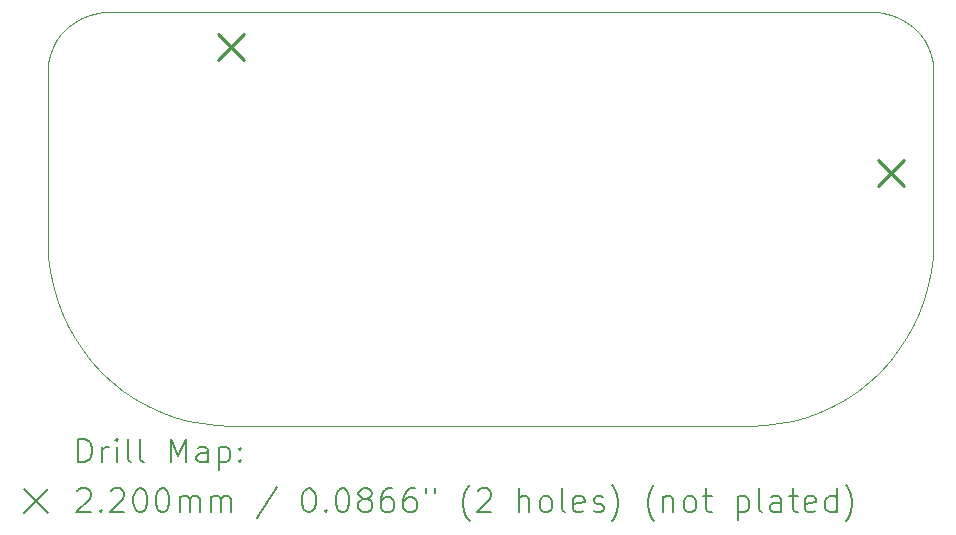
<source format=gbr>
%TF.GenerationSoftware,KiCad,Pcbnew,7.0.7*%
%TF.CreationDate,2024-09-13T11:59:38-05:00*%
%TF.ProjectId,LASK5,4c41534b-352e-46b6-9963-61645f706362,rev?*%
%TF.SameCoordinates,Original*%
%TF.FileFunction,Drillmap*%
%TF.FilePolarity,Positive*%
%FSLAX45Y45*%
G04 Gerber Fmt 4.5, Leading zero omitted, Abs format (unit mm)*
G04 Created by KiCad (PCBNEW 7.0.7) date 2024-09-13 11:59:38*
%MOMM*%
%LPD*%
G01*
G04 APERTURE LIST*
%ADD10C,0.003779*%
%ADD11C,0.200000*%
%ADD12C,0.220000*%
G04 APERTURE END LIST*
D10*
X12526400Y-10036100D02*
X12412200Y-9994000D01*
X18316499Y-9816000D02*
X18215299Y-9883600D01*
X18663099Y-6657200D02*
X18725700Y-6691400D01*
X11814500Y-6632300D02*
X11884200Y-6617100D01*
X18109100Y-9943100D02*
X17998599Y-9994000D01*
X18837399Y-9155200D02*
X18786500Y-9265700D01*
X18727000Y-9371900D02*
X18659399Y-9473100D01*
X11475700Y-6971100D02*
X11500600Y-6904300D01*
X17998599Y-9994000D02*
X17884399Y-10036100D01*
X15205400Y-10112000D02*
X13005400Y-10112000D01*
X12883800Y-10107200D02*
X12762900Y-10092900D01*
X11455400Y-7112000D02*
X11460500Y-7040800D01*
X11573400Y-9155200D02*
X11531300Y-9041000D01*
X11500600Y-6904300D02*
X11534800Y-6841700D01*
X18912599Y-8923800D02*
X18879499Y-9041000D01*
X12195500Y-9883600D02*
X12094300Y-9816000D01*
X11683800Y-9371900D02*
X11624300Y-9265700D01*
X18659399Y-9473100D02*
X18583999Y-9568600D01*
X11826800Y-9568600D02*
X11751400Y-9473100D01*
X12412200Y-9994000D02*
X12301700Y-9943100D01*
X17884399Y-10036100D02*
X17767199Y-10069200D01*
X11747700Y-6657200D02*
X11814500Y-6632300D01*
X12762900Y-10092900D02*
X12643600Y-10069200D01*
X11460500Y-7040800D02*
X11475700Y-6971100D01*
X18482200Y-9675740D02*
X18411999Y-9740600D01*
X18501399Y-9658000D02*
X18482200Y-9675740D01*
X17767199Y-10069200D02*
X17647900Y-10092900D01*
X11884200Y-6617100D02*
X11928600Y-6613920D01*
X18786500Y-9265700D02*
X18727000Y-9371900D01*
X12643600Y-10069200D02*
X12526400Y-10036100D01*
X18583999Y-9568600D02*
X18501399Y-9658000D01*
X18955399Y-8362000D02*
X18955399Y-8562000D01*
X11624300Y-9265700D02*
X11573400Y-9155200D01*
X17647900Y-10092900D02*
X17527000Y-10107200D01*
X18482200Y-6613920D02*
X18526600Y-6617100D01*
X18833299Y-6784600D02*
X18875999Y-6841700D01*
X17405400Y-10112000D02*
X15205400Y-10112000D01*
X18935099Y-6971100D02*
X18950300Y-7040800D01*
X11751400Y-9473100D02*
X11683800Y-9371900D01*
X11460200Y-8683600D02*
X11455400Y-8562000D01*
X18411999Y-9740600D02*
X18316499Y-9816000D01*
X11498200Y-8923800D02*
X11474500Y-8804500D01*
X11928600Y-6613920D02*
X11955400Y-6612000D01*
X11998800Y-9740600D02*
X11928600Y-9675740D01*
X13005400Y-10112000D02*
X12883800Y-10107200D01*
X18596299Y-6632300D02*
X18663099Y-6657200D01*
X18455399Y-6612000D02*
X18482200Y-6613920D01*
X18950599Y-8683600D02*
X18936299Y-8804500D01*
X11577500Y-6784600D02*
X11628000Y-6734100D01*
X18910200Y-6904300D02*
X18935099Y-6971100D01*
X11534800Y-6841700D02*
X11577500Y-6784600D01*
X18215299Y-9883600D02*
X18109100Y-9943100D01*
X11955400Y-6612000D02*
X15205400Y-6612000D01*
X11455400Y-8362000D02*
X11455400Y-7112000D01*
X12094300Y-9816000D02*
X11998800Y-9740600D01*
X11474500Y-8804500D02*
X11460200Y-8683600D01*
X18879499Y-9041000D02*
X18837399Y-9155200D01*
X18725700Y-6691400D02*
X18782799Y-6734100D01*
X11628000Y-6734100D02*
X11685100Y-6691400D01*
X11531300Y-9041000D02*
X11498200Y-8923800D01*
X18782799Y-6734100D02*
X18833299Y-6784600D01*
X18526600Y-6617100D02*
X18596299Y-6632300D01*
X11455400Y-8562000D02*
X11455400Y-8362000D01*
X11909400Y-9658000D02*
X11826800Y-9568600D01*
X11928600Y-9675740D02*
X11909400Y-9658000D01*
X17527000Y-10107200D02*
X17405400Y-10112000D01*
X12301700Y-9943100D02*
X12195500Y-9883600D01*
X18950300Y-7040800D02*
X18955399Y-7112000D01*
X18955399Y-7112000D02*
X18955399Y-8362000D01*
X15205400Y-6612000D02*
X18455399Y-6612000D01*
X11685100Y-6691400D02*
X11747700Y-6657200D01*
X18955399Y-8562000D02*
X18950599Y-8683600D01*
X18875999Y-6841700D02*
X18910200Y-6904300D01*
X18936299Y-8804500D02*
X18912599Y-8923800D01*
D11*
D12*
X12894800Y-6798800D02*
X13114800Y-7018800D01*
X13114800Y-6798800D02*
X12894800Y-7018800D01*
X18482800Y-7865600D02*
X18702800Y-8085600D01*
X18702800Y-7865600D02*
X18482800Y-8085600D01*
D11*
X11715988Y-10423673D02*
X11715988Y-10223673D01*
X11715988Y-10223673D02*
X11763607Y-10223673D01*
X11763607Y-10223673D02*
X11792178Y-10233197D01*
X11792178Y-10233197D02*
X11811226Y-10252244D01*
X11811226Y-10252244D02*
X11820750Y-10271292D01*
X11820750Y-10271292D02*
X11830274Y-10309387D01*
X11830274Y-10309387D02*
X11830274Y-10337958D01*
X11830274Y-10337958D02*
X11820750Y-10376054D01*
X11820750Y-10376054D02*
X11811226Y-10395101D01*
X11811226Y-10395101D02*
X11792178Y-10414149D01*
X11792178Y-10414149D02*
X11763607Y-10423673D01*
X11763607Y-10423673D02*
X11715988Y-10423673D01*
X11915988Y-10423673D02*
X11915988Y-10290339D01*
X11915988Y-10328435D02*
X11925512Y-10309387D01*
X11925512Y-10309387D02*
X11935035Y-10299863D01*
X11935035Y-10299863D02*
X11954083Y-10290339D01*
X11954083Y-10290339D02*
X11973131Y-10290339D01*
X12039797Y-10423673D02*
X12039797Y-10290339D01*
X12039797Y-10223673D02*
X12030274Y-10233197D01*
X12030274Y-10233197D02*
X12039797Y-10242720D01*
X12039797Y-10242720D02*
X12049321Y-10233197D01*
X12049321Y-10233197D02*
X12039797Y-10223673D01*
X12039797Y-10223673D02*
X12039797Y-10242720D01*
X12163607Y-10423673D02*
X12144559Y-10414149D01*
X12144559Y-10414149D02*
X12135035Y-10395101D01*
X12135035Y-10395101D02*
X12135035Y-10223673D01*
X12268369Y-10423673D02*
X12249321Y-10414149D01*
X12249321Y-10414149D02*
X12239797Y-10395101D01*
X12239797Y-10395101D02*
X12239797Y-10223673D01*
X12496940Y-10423673D02*
X12496940Y-10223673D01*
X12496940Y-10223673D02*
X12563607Y-10366530D01*
X12563607Y-10366530D02*
X12630274Y-10223673D01*
X12630274Y-10223673D02*
X12630274Y-10423673D01*
X12811226Y-10423673D02*
X12811226Y-10318911D01*
X12811226Y-10318911D02*
X12801702Y-10299863D01*
X12801702Y-10299863D02*
X12782655Y-10290339D01*
X12782655Y-10290339D02*
X12744559Y-10290339D01*
X12744559Y-10290339D02*
X12725512Y-10299863D01*
X12811226Y-10414149D02*
X12792178Y-10423673D01*
X12792178Y-10423673D02*
X12744559Y-10423673D01*
X12744559Y-10423673D02*
X12725512Y-10414149D01*
X12725512Y-10414149D02*
X12715988Y-10395101D01*
X12715988Y-10395101D02*
X12715988Y-10376054D01*
X12715988Y-10376054D02*
X12725512Y-10357006D01*
X12725512Y-10357006D02*
X12744559Y-10347482D01*
X12744559Y-10347482D02*
X12792178Y-10347482D01*
X12792178Y-10347482D02*
X12811226Y-10337958D01*
X12906464Y-10290339D02*
X12906464Y-10490339D01*
X12906464Y-10299863D02*
X12925512Y-10290339D01*
X12925512Y-10290339D02*
X12963607Y-10290339D01*
X12963607Y-10290339D02*
X12982655Y-10299863D01*
X12982655Y-10299863D02*
X12992178Y-10309387D01*
X12992178Y-10309387D02*
X13001702Y-10328435D01*
X13001702Y-10328435D02*
X13001702Y-10385577D01*
X13001702Y-10385577D02*
X12992178Y-10404625D01*
X12992178Y-10404625D02*
X12982655Y-10414149D01*
X12982655Y-10414149D02*
X12963607Y-10423673D01*
X12963607Y-10423673D02*
X12925512Y-10423673D01*
X12925512Y-10423673D02*
X12906464Y-10414149D01*
X13087416Y-10404625D02*
X13096940Y-10414149D01*
X13096940Y-10414149D02*
X13087416Y-10423673D01*
X13087416Y-10423673D02*
X13077893Y-10414149D01*
X13077893Y-10414149D02*
X13087416Y-10404625D01*
X13087416Y-10404625D02*
X13087416Y-10423673D01*
X13087416Y-10299863D02*
X13096940Y-10309387D01*
X13096940Y-10309387D02*
X13087416Y-10318911D01*
X13087416Y-10318911D02*
X13077893Y-10309387D01*
X13077893Y-10309387D02*
X13087416Y-10299863D01*
X13087416Y-10299863D02*
X13087416Y-10318911D01*
X11255211Y-10652189D02*
X11455211Y-10852189D01*
X11455211Y-10652189D02*
X11255211Y-10852189D01*
X11706464Y-10662720D02*
X11715988Y-10653197D01*
X11715988Y-10653197D02*
X11735035Y-10643673D01*
X11735035Y-10643673D02*
X11782655Y-10643673D01*
X11782655Y-10643673D02*
X11801702Y-10653197D01*
X11801702Y-10653197D02*
X11811226Y-10662720D01*
X11811226Y-10662720D02*
X11820750Y-10681768D01*
X11820750Y-10681768D02*
X11820750Y-10700816D01*
X11820750Y-10700816D02*
X11811226Y-10729387D01*
X11811226Y-10729387D02*
X11696940Y-10843673D01*
X11696940Y-10843673D02*
X11820750Y-10843673D01*
X11906464Y-10824625D02*
X11915988Y-10834149D01*
X11915988Y-10834149D02*
X11906464Y-10843673D01*
X11906464Y-10843673D02*
X11896940Y-10834149D01*
X11896940Y-10834149D02*
X11906464Y-10824625D01*
X11906464Y-10824625D02*
X11906464Y-10843673D01*
X11992178Y-10662720D02*
X12001702Y-10653197D01*
X12001702Y-10653197D02*
X12020750Y-10643673D01*
X12020750Y-10643673D02*
X12068369Y-10643673D01*
X12068369Y-10643673D02*
X12087416Y-10653197D01*
X12087416Y-10653197D02*
X12096940Y-10662720D01*
X12096940Y-10662720D02*
X12106464Y-10681768D01*
X12106464Y-10681768D02*
X12106464Y-10700816D01*
X12106464Y-10700816D02*
X12096940Y-10729387D01*
X12096940Y-10729387D02*
X11982655Y-10843673D01*
X11982655Y-10843673D02*
X12106464Y-10843673D01*
X12230274Y-10643673D02*
X12249321Y-10643673D01*
X12249321Y-10643673D02*
X12268369Y-10653197D01*
X12268369Y-10653197D02*
X12277893Y-10662720D01*
X12277893Y-10662720D02*
X12287416Y-10681768D01*
X12287416Y-10681768D02*
X12296940Y-10719863D01*
X12296940Y-10719863D02*
X12296940Y-10767482D01*
X12296940Y-10767482D02*
X12287416Y-10805577D01*
X12287416Y-10805577D02*
X12277893Y-10824625D01*
X12277893Y-10824625D02*
X12268369Y-10834149D01*
X12268369Y-10834149D02*
X12249321Y-10843673D01*
X12249321Y-10843673D02*
X12230274Y-10843673D01*
X12230274Y-10843673D02*
X12211226Y-10834149D01*
X12211226Y-10834149D02*
X12201702Y-10824625D01*
X12201702Y-10824625D02*
X12192178Y-10805577D01*
X12192178Y-10805577D02*
X12182655Y-10767482D01*
X12182655Y-10767482D02*
X12182655Y-10719863D01*
X12182655Y-10719863D02*
X12192178Y-10681768D01*
X12192178Y-10681768D02*
X12201702Y-10662720D01*
X12201702Y-10662720D02*
X12211226Y-10653197D01*
X12211226Y-10653197D02*
X12230274Y-10643673D01*
X12420750Y-10643673D02*
X12439797Y-10643673D01*
X12439797Y-10643673D02*
X12458845Y-10653197D01*
X12458845Y-10653197D02*
X12468369Y-10662720D01*
X12468369Y-10662720D02*
X12477893Y-10681768D01*
X12477893Y-10681768D02*
X12487416Y-10719863D01*
X12487416Y-10719863D02*
X12487416Y-10767482D01*
X12487416Y-10767482D02*
X12477893Y-10805577D01*
X12477893Y-10805577D02*
X12468369Y-10824625D01*
X12468369Y-10824625D02*
X12458845Y-10834149D01*
X12458845Y-10834149D02*
X12439797Y-10843673D01*
X12439797Y-10843673D02*
X12420750Y-10843673D01*
X12420750Y-10843673D02*
X12401702Y-10834149D01*
X12401702Y-10834149D02*
X12392178Y-10824625D01*
X12392178Y-10824625D02*
X12382655Y-10805577D01*
X12382655Y-10805577D02*
X12373131Y-10767482D01*
X12373131Y-10767482D02*
X12373131Y-10719863D01*
X12373131Y-10719863D02*
X12382655Y-10681768D01*
X12382655Y-10681768D02*
X12392178Y-10662720D01*
X12392178Y-10662720D02*
X12401702Y-10653197D01*
X12401702Y-10653197D02*
X12420750Y-10643673D01*
X12573131Y-10843673D02*
X12573131Y-10710339D01*
X12573131Y-10729387D02*
X12582655Y-10719863D01*
X12582655Y-10719863D02*
X12601702Y-10710339D01*
X12601702Y-10710339D02*
X12630274Y-10710339D01*
X12630274Y-10710339D02*
X12649321Y-10719863D01*
X12649321Y-10719863D02*
X12658845Y-10738911D01*
X12658845Y-10738911D02*
X12658845Y-10843673D01*
X12658845Y-10738911D02*
X12668369Y-10719863D01*
X12668369Y-10719863D02*
X12687416Y-10710339D01*
X12687416Y-10710339D02*
X12715988Y-10710339D01*
X12715988Y-10710339D02*
X12735036Y-10719863D01*
X12735036Y-10719863D02*
X12744559Y-10738911D01*
X12744559Y-10738911D02*
X12744559Y-10843673D01*
X12839797Y-10843673D02*
X12839797Y-10710339D01*
X12839797Y-10729387D02*
X12849321Y-10719863D01*
X12849321Y-10719863D02*
X12868369Y-10710339D01*
X12868369Y-10710339D02*
X12896940Y-10710339D01*
X12896940Y-10710339D02*
X12915988Y-10719863D01*
X12915988Y-10719863D02*
X12925512Y-10738911D01*
X12925512Y-10738911D02*
X12925512Y-10843673D01*
X12925512Y-10738911D02*
X12935036Y-10719863D01*
X12935036Y-10719863D02*
X12954083Y-10710339D01*
X12954083Y-10710339D02*
X12982655Y-10710339D01*
X12982655Y-10710339D02*
X13001702Y-10719863D01*
X13001702Y-10719863D02*
X13011226Y-10738911D01*
X13011226Y-10738911D02*
X13011226Y-10843673D01*
X13401702Y-10634149D02*
X13230274Y-10891292D01*
X13658845Y-10643673D02*
X13677893Y-10643673D01*
X13677893Y-10643673D02*
X13696940Y-10653197D01*
X13696940Y-10653197D02*
X13706464Y-10662720D01*
X13706464Y-10662720D02*
X13715988Y-10681768D01*
X13715988Y-10681768D02*
X13725512Y-10719863D01*
X13725512Y-10719863D02*
X13725512Y-10767482D01*
X13725512Y-10767482D02*
X13715988Y-10805577D01*
X13715988Y-10805577D02*
X13706464Y-10824625D01*
X13706464Y-10824625D02*
X13696940Y-10834149D01*
X13696940Y-10834149D02*
X13677893Y-10843673D01*
X13677893Y-10843673D02*
X13658845Y-10843673D01*
X13658845Y-10843673D02*
X13639798Y-10834149D01*
X13639798Y-10834149D02*
X13630274Y-10824625D01*
X13630274Y-10824625D02*
X13620750Y-10805577D01*
X13620750Y-10805577D02*
X13611226Y-10767482D01*
X13611226Y-10767482D02*
X13611226Y-10719863D01*
X13611226Y-10719863D02*
X13620750Y-10681768D01*
X13620750Y-10681768D02*
X13630274Y-10662720D01*
X13630274Y-10662720D02*
X13639798Y-10653197D01*
X13639798Y-10653197D02*
X13658845Y-10643673D01*
X13811226Y-10824625D02*
X13820750Y-10834149D01*
X13820750Y-10834149D02*
X13811226Y-10843673D01*
X13811226Y-10843673D02*
X13801702Y-10834149D01*
X13801702Y-10834149D02*
X13811226Y-10824625D01*
X13811226Y-10824625D02*
X13811226Y-10843673D01*
X13944559Y-10643673D02*
X13963607Y-10643673D01*
X13963607Y-10643673D02*
X13982655Y-10653197D01*
X13982655Y-10653197D02*
X13992179Y-10662720D01*
X13992179Y-10662720D02*
X14001702Y-10681768D01*
X14001702Y-10681768D02*
X14011226Y-10719863D01*
X14011226Y-10719863D02*
X14011226Y-10767482D01*
X14011226Y-10767482D02*
X14001702Y-10805577D01*
X14001702Y-10805577D02*
X13992179Y-10824625D01*
X13992179Y-10824625D02*
X13982655Y-10834149D01*
X13982655Y-10834149D02*
X13963607Y-10843673D01*
X13963607Y-10843673D02*
X13944559Y-10843673D01*
X13944559Y-10843673D02*
X13925512Y-10834149D01*
X13925512Y-10834149D02*
X13915988Y-10824625D01*
X13915988Y-10824625D02*
X13906464Y-10805577D01*
X13906464Y-10805577D02*
X13896940Y-10767482D01*
X13896940Y-10767482D02*
X13896940Y-10719863D01*
X13896940Y-10719863D02*
X13906464Y-10681768D01*
X13906464Y-10681768D02*
X13915988Y-10662720D01*
X13915988Y-10662720D02*
X13925512Y-10653197D01*
X13925512Y-10653197D02*
X13944559Y-10643673D01*
X14125512Y-10729387D02*
X14106464Y-10719863D01*
X14106464Y-10719863D02*
X14096940Y-10710339D01*
X14096940Y-10710339D02*
X14087417Y-10691292D01*
X14087417Y-10691292D02*
X14087417Y-10681768D01*
X14087417Y-10681768D02*
X14096940Y-10662720D01*
X14096940Y-10662720D02*
X14106464Y-10653197D01*
X14106464Y-10653197D02*
X14125512Y-10643673D01*
X14125512Y-10643673D02*
X14163607Y-10643673D01*
X14163607Y-10643673D02*
X14182655Y-10653197D01*
X14182655Y-10653197D02*
X14192179Y-10662720D01*
X14192179Y-10662720D02*
X14201702Y-10681768D01*
X14201702Y-10681768D02*
X14201702Y-10691292D01*
X14201702Y-10691292D02*
X14192179Y-10710339D01*
X14192179Y-10710339D02*
X14182655Y-10719863D01*
X14182655Y-10719863D02*
X14163607Y-10729387D01*
X14163607Y-10729387D02*
X14125512Y-10729387D01*
X14125512Y-10729387D02*
X14106464Y-10738911D01*
X14106464Y-10738911D02*
X14096940Y-10748435D01*
X14096940Y-10748435D02*
X14087417Y-10767482D01*
X14087417Y-10767482D02*
X14087417Y-10805577D01*
X14087417Y-10805577D02*
X14096940Y-10824625D01*
X14096940Y-10824625D02*
X14106464Y-10834149D01*
X14106464Y-10834149D02*
X14125512Y-10843673D01*
X14125512Y-10843673D02*
X14163607Y-10843673D01*
X14163607Y-10843673D02*
X14182655Y-10834149D01*
X14182655Y-10834149D02*
X14192179Y-10824625D01*
X14192179Y-10824625D02*
X14201702Y-10805577D01*
X14201702Y-10805577D02*
X14201702Y-10767482D01*
X14201702Y-10767482D02*
X14192179Y-10748435D01*
X14192179Y-10748435D02*
X14182655Y-10738911D01*
X14182655Y-10738911D02*
X14163607Y-10729387D01*
X14373131Y-10643673D02*
X14335036Y-10643673D01*
X14335036Y-10643673D02*
X14315988Y-10653197D01*
X14315988Y-10653197D02*
X14306464Y-10662720D01*
X14306464Y-10662720D02*
X14287417Y-10691292D01*
X14287417Y-10691292D02*
X14277893Y-10729387D01*
X14277893Y-10729387D02*
X14277893Y-10805577D01*
X14277893Y-10805577D02*
X14287417Y-10824625D01*
X14287417Y-10824625D02*
X14296940Y-10834149D01*
X14296940Y-10834149D02*
X14315988Y-10843673D01*
X14315988Y-10843673D02*
X14354083Y-10843673D01*
X14354083Y-10843673D02*
X14373131Y-10834149D01*
X14373131Y-10834149D02*
X14382655Y-10824625D01*
X14382655Y-10824625D02*
X14392179Y-10805577D01*
X14392179Y-10805577D02*
X14392179Y-10757958D01*
X14392179Y-10757958D02*
X14382655Y-10738911D01*
X14382655Y-10738911D02*
X14373131Y-10729387D01*
X14373131Y-10729387D02*
X14354083Y-10719863D01*
X14354083Y-10719863D02*
X14315988Y-10719863D01*
X14315988Y-10719863D02*
X14296940Y-10729387D01*
X14296940Y-10729387D02*
X14287417Y-10738911D01*
X14287417Y-10738911D02*
X14277893Y-10757958D01*
X14563607Y-10643673D02*
X14525512Y-10643673D01*
X14525512Y-10643673D02*
X14506464Y-10653197D01*
X14506464Y-10653197D02*
X14496940Y-10662720D01*
X14496940Y-10662720D02*
X14477893Y-10691292D01*
X14477893Y-10691292D02*
X14468369Y-10729387D01*
X14468369Y-10729387D02*
X14468369Y-10805577D01*
X14468369Y-10805577D02*
X14477893Y-10824625D01*
X14477893Y-10824625D02*
X14487417Y-10834149D01*
X14487417Y-10834149D02*
X14506464Y-10843673D01*
X14506464Y-10843673D02*
X14544560Y-10843673D01*
X14544560Y-10843673D02*
X14563607Y-10834149D01*
X14563607Y-10834149D02*
X14573131Y-10824625D01*
X14573131Y-10824625D02*
X14582655Y-10805577D01*
X14582655Y-10805577D02*
X14582655Y-10757958D01*
X14582655Y-10757958D02*
X14573131Y-10738911D01*
X14573131Y-10738911D02*
X14563607Y-10729387D01*
X14563607Y-10729387D02*
X14544560Y-10719863D01*
X14544560Y-10719863D02*
X14506464Y-10719863D01*
X14506464Y-10719863D02*
X14487417Y-10729387D01*
X14487417Y-10729387D02*
X14477893Y-10738911D01*
X14477893Y-10738911D02*
X14468369Y-10757958D01*
X14658845Y-10643673D02*
X14658845Y-10681768D01*
X14735036Y-10643673D02*
X14735036Y-10681768D01*
X15030274Y-10919863D02*
X15020750Y-10910339D01*
X15020750Y-10910339D02*
X15001702Y-10881768D01*
X15001702Y-10881768D02*
X14992179Y-10862720D01*
X14992179Y-10862720D02*
X14982655Y-10834149D01*
X14982655Y-10834149D02*
X14973131Y-10786530D01*
X14973131Y-10786530D02*
X14973131Y-10748435D01*
X14973131Y-10748435D02*
X14982655Y-10700816D01*
X14982655Y-10700816D02*
X14992179Y-10672244D01*
X14992179Y-10672244D02*
X15001702Y-10653197D01*
X15001702Y-10653197D02*
X15020750Y-10624625D01*
X15020750Y-10624625D02*
X15030274Y-10615101D01*
X15096941Y-10662720D02*
X15106464Y-10653197D01*
X15106464Y-10653197D02*
X15125512Y-10643673D01*
X15125512Y-10643673D02*
X15173131Y-10643673D01*
X15173131Y-10643673D02*
X15192179Y-10653197D01*
X15192179Y-10653197D02*
X15201702Y-10662720D01*
X15201702Y-10662720D02*
X15211226Y-10681768D01*
X15211226Y-10681768D02*
X15211226Y-10700816D01*
X15211226Y-10700816D02*
X15201702Y-10729387D01*
X15201702Y-10729387D02*
X15087417Y-10843673D01*
X15087417Y-10843673D02*
X15211226Y-10843673D01*
X15449322Y-10843673D02*
X15449322Y-10643673D01*
X15535036Y-10843673D02*
X15535036Y-10738911D01*
X15535036Y-10738911D02*
X15525512Y-10719863D01*
X15525512Y-10719863D02*
X15506464Y-10710339D01*
X15506464Y-10710339D02*
X15477893Y-10710339D01*
X15477893Y-10710339D02*
X15458845Y-10719863D01*
X15458845Y-10719863D02*
X15449322Y-10729387D01*
X15658845Y-10843673D02*
X15639798Y-10834149D01*
X15639798Y-10834149D02*
X15630274Y-10824625D01*
X15630274Y-10824625D02*
X15620750Y-10805577D01*
X15620750Y-10805577D02*
X15620750Y-10748435D01*
X15620750Y-10748435D02*
X15630274Y-10729387D01*
X15630274Y-10729387D02*
X15639798Y-10719863D01*
X15639798Y-10719863D02*
X15658845Y-10710339D01*
X15658845Y-10710339D02*
X15687417Y-10710339D01*
X15687417Y-10710339D02*
X15706464Y-10719863D01*
X15706464Y-10719863D02*
X15715988Y-10729387D01*
X15715988Y-10729387D02*
X15725512Y-10748435D01*
X15725512Y-10748435D02*
X15725512Y-10805577D01*
X15725512Y-10805577D02*
X15715988Y-10824625D01*
X15715988Y-10824625D02*
X15706464Y-10834149D01*
X15706464Y-10834149D02*
X15687417Y-10843673D01*
X15687417Y-10843673D02*
X15658845Y-10843673D01*
X15839798Y-10843673D02*
X15820750Y-10834149D01*
X15820750Y-10834149D02*
X15811226Y-10815101D01*
X15811226Y-10815101D02*
X15811226Y-10643673D01*
X15992179Y-10834149D02*
X15973131Y-10843673D01*
X15973131Y-10843673D02*
X15935036Y-10843673D01*
X15935036Y-10843673D02*
X15915988Y-10834149D01*
X15915988Y-10834149D02*
X15906464Y-10815101D01*
X15906464Y-10815101D02*
X15906464Y-10738911D01*
X15906464Y-10738911D02*
X15915988Y-10719863D01*
X15915988Y-10719863D02*
X15935036Y-10710339D01*
X15935036Y-10710339D02*
X15973131Y-10710339D01*
X15973131Y-10710339D02*
X15992179Y-10719863D01*
X15992179Y-10719863D02*
X16001703Y-10738911D01*
X16001703Y-10738911D02*
X16001703Y-10757958D01*
X16001703Y-10757958D02*
X15906464Y-10777006D01*
X16077893Y-10834149D02*
X16096941Y-10843673D01*
X16096941Y-10843673D02*
X16135036Y-10843673D01*
X16135036Y-10843673D02*
X16154084Y-10834149D01*
X16154084Y-10834149D02*
X16163607Y-10815101D01*
X16163607Y-10815101D02*
X16163607Y-10805577D01*
X16163607Y-10805577D02*
X16154084Y-10786530D01*
X16154084Y-10786530D02*
X16135036Y-10777006D01*
X16135036Y-10777006D02*
X16106464Y-10777006D01*
X16106464Y-10777006D02*
X16087417Y-10767482D01*
X16087417Y-10767482D02*
X16077893Y-10748435D01*
X16077893Y-10748435D02*
X16077893Y-10738911D01*
X16077893Y-10738911D02*
X16087417Y-10719863D01*
X16087417Y-10719863D02*
X16106464Y-10710339D01*
X16106464Y-10710339D02*
X16135036Y-10710339D01*
X16135036Y-10710339D02*
X16154084Y-10719863D01*
X16230274Y-10919863D02*
X16239798Y-10910339D01*
X16239798Y-10910339D02*
X16258845Y-10881768D01*
X16258845Y-10881768D02*
X16268369Y-10862720D01*
X16268369Y-10862720D02*
X16277893Y-10834149D01*
X16277893Y-10834149D02*
X16287417Y-10786530D01*
X16287417Y-10786530D02*
X16287417Y-10748435D01*
X16287417Y-10748435D02*
X16277893Y-10700816D01*
X16277893Y-10700816D02*
X16268369Y-10672244D01*
X16268369Y-10672244D02*
X16258845Y-10653197D01*
X16258845Y-10653197D02*
X16239798Y-10624625D01*
X16239798Y-10624625D02*
X16230274Y-10615101D01*
X16592179Y-10919863D02*
X16582655Y-10910339D01*
X16582655Y-10910339D02*
X16563607Y-10881768D01*
X16563607Y-10881768D02*
X16554084Y-10862720D01*
X16554084Y-10862720D02*
X16544560Y-10834149D01*
X16544560Y-10834149D02*
X16535036Y-10786530D01*
X16535036Y-10786530D02*
X16535036Y-10748435D01*
X16535036Y-10748435D02*
X16544560Y-10700816D01*
X16544560Y-10700816D02*
X16554084Y-10672244D01*
X16554084Y-10672244D02*
X16563607Y-10653197D01*
X16563607Y-10653197D02*
X16582655Y-10624625D01*
X16582655Y-10624625D02*
X16592179Y-10615101D01*
X16668369Y-10710339D02*
X16668369Y-10843673D01*
X16668369Y-10729387D02*
X16677893Y-10719863D01*
X16677893Y-10719863D02*
X16696941Y-10710339D01*
X16696941Y-10710339D02*
X16725512Y-10710339D01*
X16725512Y-10710339D02*
X16744560Y-10719863D01*
X16744560Y-10719863D02*
X16754084Y-10738911D01*
X16754084Y-10738911D02*
X16754084Y-10843673D01*
X16877893Y-10843673D02*
X16858846Y-10834149D01*
X16858846Y-10834149D02*
X16849322Y-10824625D01*
X16849322Y-10824625D02*
X16839798Y-10805577D01*
X16839798Y-10805577D02*
X16839798Y-10748435D01*
X16839798Y-10748435D02*
X16849322Y-10729387D01*
X16849322Y-10729387D02*
X16858846Y-10719863D01*
X16858846Y-10719863D02*
X16877893Y-10710339D01*
X16877893Y-10710339D02*
X16906465Y-10710339D01*
X16906465Y-10710339D02*
X16925512Y-10719863D01*
X16925512Y-10719863D02*
X16935036Y-10729387D01*
X16935036Y-10729387D02*
X16944560Y-10748435D01*
X16944560Y-10748435D02*
X16944560Y-10805577D01*
X16944560Y-10805577D02*
X16935036Y-10824625D01*
X16935036Y-10824625D02*
X16925512Y-10834149D01*
X16925512Y-10834149D02*
X16906465Y-10843673D01*
X16906465Y-10843673D02*
X16877893Y-10843673D01*
X17001703Y-10710339D02*
X17077893Y-10710339D01*
X17030274Y-10643673D02*
X17030274Y-10815101D01*
X17030274Y-10815101D02*
X17039798Y-10834149D01*
X17039798Y-10834149D02*
X17058846Y-10843673D01*
X17058846Y-10843673D02*
X17077893Y-10843673D01*
X17296941Y-10710339D02*
X17296941Y-10910339D01*
X17296941Y-10719863D02*
X17315988Y-10710339D01*
X17315988Y-10710339D02*
X17354084Y-10710339D01*
X17354084Y-10710339D02*
X17373131Y-10719863D01*
X17373131Y-10719863D02*
X17382655Y-10729387D01*
X17382655Y-10729387D02*
X17392179Y-10748435D01*
X17392179Y-10748435D02*
X17392179Y-10805577D01*
X17392179Y-10805577D02*
X17382655Y-10824625D01*
X17382655Y-10824625D02*
X17373131Y-10834149D01*
X17373131Y-10834149D02*
X17354084Y-10843673D01*
X17354084Y-10843673D02*
X17315988Y-10843673D01*
X17315988Y-10843673D02*
X17296941Y-10834149D01*
X17506465Y-10843673D02*
X17487417Y-10834149D01*
X17487417Y-10834149D02*
X17477893Y-10815101D01*
X17477893Y-10815101D02*
X17477893Y-10643673D01*
X17668369Y-10843673D02*
X17668369Y-10738911D01*
X17668369Y-10738911D02*
X17658846Y-10719863D01*
X17658846Y-10719863D02*
X17639798Y-10710339D01*
X17639798Y-10710339D02*
X17601703Y-10710339D01*
X17601703Y-10710339D02*
X17582655Y-10719863D01*
X17668369Y-10834149D02*
X17649322Y-10843673D01*
X17649322Y-10843673D02*
X17601703Y-10843673D01*
X17601703Y-10843673D02*
X17582655Y-10834149D01*
X17582655Y-10834149D02*
X17573131Y-10815101D01*
X17573131Y-10815101D02*
X17573131Y-10796054D01*
X17573131Y-10796054D02*
X17582655Y-10777006D01*
X17582655Y-10777006D02*
X17601703Y-10767482D01*
X17601703Y-10767482D02*
X17649322Y-10767482D01*
X17649322Y-10767482D02*
X17668369Y-10757958D01*
X17735036Y-10710339D02*
X17811227Y-10710339D01*
X17763608Y-10643673D02*
X17763608Y-10815101D01*
X17763608Y-10815101D02*
X17773131Y-10834149D01*
X17773131Y-10834149D02*
X17792179Y-10843673D01*
X17792179Y-10843673D02*
X17811227Y-10843673D01*
X17954084Y-10834149D02*
X17935036Y-10843673D01*
X17935036Y-10843673D02*
X17896941Y-10843673D01*
X17896941Y-10843673D02*
X17877893Y-10834149D01*
X17877893Y-10834149D02*
X17868369Y-10815101D01*
X17868369Y-10815101D02*
X17868369Y-10738911D01*
X17868369Y-10738911D02*
X17877893Y-10719863D01*
X17877893Y-10719863D02*
X17896941Y-10710339D01*
X17896941Y-10710339D02*
X17935036Y-10710339D01*
X17935036Y-10710339D02*
X17954084Y-10719863D01*
X17954084Y-10719863D02*
X17963608Y-10738911D01*
X17963608Y-10738911D02*
X17963608Y-10757958D01*
X17963608Y-10757958D02*
X17868369Y-10777006D01*
X18135036Y-10843673D02*
X18135036Y-10643673D01*
X18135036Y-10834149D02*
X18115989Y-10843673D01*
X18115989Y-10843673D02*
X18077893Y-10843673D01*
X18077893Y-10843673D02*
X18058846Y-10834149D01*
X18058846Y-10834149D02*
X18049322Y-10824625D01*
X18049322Y-10824625D02*
X18039798Y-10805577D01*
X18039798Y-10805577D02*
X18039798Y-10748435D01*
X18039798Y-10748435D02*
X18049322Y-10729387D01*
X18049322Y-10729387D02*
X18058846Y-10719863D01*
X18058846Y-10719863D02*
X18077893Y-10710339D01*
X18077893Y-10710339D02*
X18115989Y-10710339D01*
X18115989Y-10710339D02*
X18135036Y-10719863D01*
X18211227Y-10919863D02*
X18220750Y-10910339D01*
X18220750Y-10910339D02*
X18239798Y-10881768D01*
X18239798Y-10881768D02*
X18249322Y-10862720D01*
X18249322Y-10862720D02*
X18258846Y-10834149D01*
X18258846Y-10834149D02*
X18268369Y-10786530D01*
X18268369Y-10786530D02*
X18268369Y-10748435D01*
X18268369Y-10748435D02*
X18258846Y-10700816D01*
X18258846Y-10700816D02*
X18249322Y-10672244D01*
X18249322Y-10672244D02*
X18239798Y-10653197D01*
X18239798Y-10653197D02*
X18220750Y-10624625D01*
X18220750Y-10624625D02*
X18211227Y-10615101D01*
M02*

</source>
